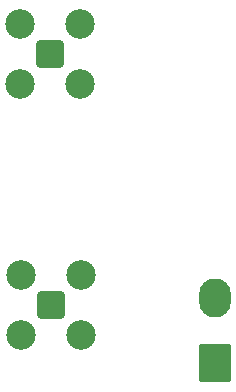
<source format=gbr>
%TF.GenerationSoftware,KiCad,Pcbnew,7.0.1*%
%TF.CreationDate,2023-11-03T16:47:46+00:00*%
%TF.ProjectId,SMA_Kondensator_Tets,534d415f-4b6f-46e6-9465-6e7361746f72,rev?*%
%TF.SameCoordinates,Original*%
%TF.FileFunction,Soldermask,Bot*%
%TF.FilePolarity,Negative*%
%FSLAX46Y46*%
G04 Gerber Fmt 4.6, Leading zero omitted, Abs format (unit mm)*
G04 Created by KiCad (PCBNEW 7.0.1) date 2023-11-03 16:47:46*
%MOMM*%
%LPD*%
G01*
G04 APERTURE LIST*
G04 Aperture macros list*
%AMRoundRect*
0 Rectangle with rounded corners*
0 $1 Rounding radius*
0 $2 $3 $4 $5 $6 $7 $8 $9 X,Y pos of 4 corners*
0 Add a 4 corners polygon primitive as box body*
4,1,4,$2,$3,$4,$5,$6,$7,$8,$9,$2,$3,0*
0 Add four circle primitives for the rounded corners*
1,1,$1+$1,$2,$3*
1,1,$1+$1,$4,$5*
1,1,$1+$1,$6,$7*
1,1,$1+$1,$8,$9*
0 Add four rect primitives between the rounded corners*
20,1,$1+$1,$2,$3,$4,$5,0*
20,1,$1+$1,$4,$5,$6,$7,0*
20,1,$1+$1,$6,$7,$8,$9,0*
20,1,$1+$1,$8,$9,$2,$3,0*%
G04 Aperture macros list end*
%ADD10RoundRect,0.200100X0.949900X-0.949900X0.949900X0.949900X-0.949900X0.949900X-0.949900X-0.949900X0*%
%ADD11C,2.500000*%
%ADD12RoundRect,0.250001X1.099999X1.399999X-1.099999X1.399999X-1.099999X-1.399999X1.099999X-1.399999X0*%
%ADD13O,2.700000X3.300000*%
G04 APERTURE END LIST*
D10*
%TO.C,J2*%
X117620000Y-68430000D03*
D11*
X115080000Y-70970000D03*
X120160000Y-70970000D03*
X115080000Y-65890000D03*
X120160000Y-65890000D03*
%TD*%
D10*
%TO.C,J1*%
X117650000Y-89680000D03*
D11*
X115110000Y-92220000D03*
X120190000Y-92220000D03*
X115110000Y-87140000D03*
X120190000Y-87140000D03*
%TD*%
D12*
%TO.C,J4*%
X131530000Y-94640000D03*
D13*
X131530000Y-89140000D03*
%TD*%
M02*

</source>
